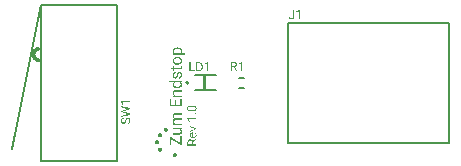
<source format=gto>
G04 Layer_Color=65535*
%FSLAX44Y44*%
%MOMM*%
G71*
G01*
G75*
%ADD17C,0.2000*%
%ADD18C,0.3000*%
%ADD19C,0.2500*%
%ADD20C,0.1500*%
G36*
X117713Y89360D02*
X117886Y89328D01*
X118122Y89281D01*
X118374Y89187D01*
X118641Y89045D01*
X118767Y88951D01*
X118908Y88841D01*
X119034Y88715D01*
X119144Y88574D01*
Y88558D01*
X119176Y88542D01*
X119191Y88495D01*
X119238Y88432D01*
X119286Y88354D01*
X119333Y88259D01*
X119380Y88149D01*
X119443Y88008D01*
X119553Y87709D01*
X119647Y87363D01*
X119710Y86954D01*
X119741Y86498D01*
Y86483D01*
Y86451D01*
Y86404D01*
Y86341D01*
X119726Y86184D01*
X119694Y85964D01*
X119663Y85712D01*
X119616Y85445D01*
X119537Y85178D01*
X119427Y84910D01*
X119411Y84879D01*
X119364Y84800D01*
X119301Y84675D01*
X119191Y84517D01*
X119081Y84344D01*
X118924Y84156D01*
X118751Y83983D01*
X118547Y83826D01*
X118515Y83810D01*
X118452Y83763D01*
X118327Y83700D01*
X118185Y83637D01*
X117996Y83558D01*
X117776Y83495D01*
X117556Y83448D01*
X117304Y83433D01*
Y84722D01*
X117336D01*
X117415Y84737D01*
X117525Y84753D01*
X117666Y84800D01*
X117839Y84863D01*
X118012Y84942D01*
X118169Y85068D01*
X118327Y85225D01*
X118342Y85241D01*
X118389Y85319D01*
X118452Y85414D01*
X118515Y85571D01*
X118578Y85744D01*
X118641Y85964D01*
X118688Y86215D01*
X118704Y86498D01*
Y86514D01*
Y86530D01*
Y86624D01*
X118688Y86750D01*
X118672Y86923D01*
X118641Y87096D01*
X118578Y87300D01*
X118515Y87489D01*
X118421Y87662D01*
X118405Y87678D01*
X118374Y87725D01*
X118295Y87803D01*
X118216Y87882D01*
X118091Y87961D01*
X117965Y88039D01*
X117808Y88086D01*
X117635Y88102D01*
X117556D01*
X117462Y88086D01*
X117336Y88055D01*
X117210Y88008D01*
X117084Y87929D01*
X116943Y87835D01*
X116833Y87709D01*
X116817Y87693D01*
X116786Y87630D01*
X116723Y87536D01*
X116660Y87395D01*
X116581Y87206D01*
X116487Y86970D01*
X116408Y86687D01*
X116330Y86341D01*
Y86325D01*
X116314Y86294D01*
Y86247D01*
X116298Y86184D01*
X116251Y86011D01*
X116188Y85791D01*
X116125Y85539D01*
X116031Y85288D01*
X115937Y85036D01*
X115842Y84800D01*
X115827Y84769D01*
X115795Y84706D01*
X115732Y84612D01*
X115638Y84486D01*
X115544Y84344D01*
X115418Y84203D01*
X115292Y84077D01*
X115150Y83951D01*
X115135Y83936D01*
X115072Y83904D01*
X114993Y83873D01*
X114883Y83826D01*
X114742Y83763D01*
X114569Y83731D01*
X114396Y83700D01*
X114192Y83684D01*
X114097D01*
X114034Y83700D01*
X113861Y83731D01*
X113641Y83778D01*
X113405Y83873D01*
X113138Y84014D01*
X113012Y84093D01*
X112886Y84203D01*
X112761Y84313D01*
X112635Y84454D01*
Y84470D01*
X112604Y84486D01*
X112572Y84533D01*
X112541Y84596D01*
X112478Y84675D01*
X112430Y84769D01*
X112305Y85005D01*
X112195Y85288D01*
X112085Y85634D01*
X112022Y86011D01*
X111990Y86451D01*
Y86467D01*
Y86514D01*
Y86577D01*
X112006Y86656D01*
Y86766D01*
X112022Y86891D01*
X112069Y87190D01*
X112148Y87520D01*
X112273Y87851D01*
X112430Y88196D01*
X112651Y88511D01*
Y88527D01*
X112682Y88542D01*
X112776Y88637D01*
X112918Y88762D01*
X113107Y88920D01*
X113358Y89061D01*
X113641Y89187D01*
X113971Y89281D01*
X114144Y89297D01*
X114333Y89313D01*
Y88024D01*
X114239D01*
X114144Y88008D01*
X114018Y87961D01*
X113893Y87913D01*
X113736Y87835D01*
X113578Y87725D01*
X113437Y87568D01*
X113421Y87552D01*
X113374Y87489D01*
X113311Y87395D01*
X113232Y87269D01*
X113169Y87096D01*
X113107Y86907D01*
X113059Y86687D01*
X113044Y86451D01*
Y86420D01*
Y86341D01*
X113059Y86215D01*
X113075Y86058D01*
X113122Y85885D01*
X113169Y85696D01*
X113248Y85524D01*
X113358Y85366D01*
X113374Y85351D01*
X113405Y85303D01*
X113484Y85241D01*
X113563Y85178D01*
X113688Y85099D01*
X113814Y85036D01*
X113971Y84989D01*
X114144Y84973D01*
X114223D01*
X114302Y84989D01*
X114412Y85021D01*
X114522Y85068D01*
X114647Y85131D01*
X114757Y85209D01*
X114852Y85335D01*
X114867Y85351D01*
X114899Y85414D01*
X114930Y85508D01*
X114993Y85634D01*
X115072Y85822D01*
X115150Y86042D01*
X115229Y86325D01*
X115308Y86656D01*
Y86671D01*
X115323Y86703D01*
Y86750D01*
X115339Y86813D01*
X115386Y86986D01*
X115449Y87206D01*
X115512Y87458D01*
X115606Y87725D01*
X115701Y87976D01*
X115811Y88212D01*
X115827Y88244D01*
X115858Y88307D01*
X115921Y88417D01*
X116015Y88542D01*
X116125Y88684D01*
X116235Y88841D01*
X116377Y88967D01*
X116534Y89093D01*
X116550Y89108D01*
X116613Y89140D01*
X116691Y89187D01*
X116817Y89234D01*
X116959Y89281D01*
X117132Y89328D01*
X117320Y89360D01*
X117540Y89376D01*
X117635D01*
X117713Y89360D01*
D02*
G37*
G36*
X119600Y94187D02*
X119616Y94124D01*
X119647Y94014D01*
X119663Y93888D01*
X119694Y93747D01*
X119726Y93574D01*
X119741Y93228D01*
Y93212D01*
Y93196D01*
Y93149D01*
X119726Y93086D01*
X119710Y92929D01*
X119679Y92740D01*
X119616Y92536D01*
X119521Y92316D01*
X119411Y92111D01*
X119238Y91923D01*
X119207Y91907D01*
X119144Y91860D01*
X119018Y91781D01*
X118861Y91718D01*
X118657Y91640D01*
X118389Y91561D01*
X118106Y91514D01*
X117760Y91498D01*
X113122D01*
Y90130D01*
X112132D01*
Y91498D01*
X110324D01*
Y92772D01*
X112132D01*
Y94171D01*
X113122D01*
Y92772D01*
X117839D01*
X117918Y92787D01*
X118012Y92803D01*
X118232Y92850D01*
X118342Y92898D01*
X118437Y92960D01*
X118452Y92976D01*
X118468Y92992D01*
X118499Y93039D01*
X118547Y93118D01*
X118594Y93196D01*
X118625Y93306D01*
X118641Y93448D01*
X118657Y93605D01*
Y93621D01*
Y93652D01*
Y93699D01*
X118641Y93762D01*
Y93841D01*
X118625Y93951D01*
X118610Y94077D01*
X118578Y94202D01*
X119600D01*
Y94187D01*
D02*
G37*
G36*
Y80587D02*
X118814Y80524D01*
X118830Y80508D01*
X118861Y80492D01*
X118892Y80445D01*
X118955Y80382D01*
X119034Y80304D01*
X119113Y80209D01*
X119191Y80099D01*
X119270Y79974D01*
X119364Y79816D01*
X119443Y79659D01*
X119600Y79297D01*
X119663Y79093D01*
X119694Y78873D01*
X119726Y78637D01*
X119741Y78386D01*
Y78370D01*
Y78323D01*
Y78260D01*
X119726Y78165D01*
X119710Y78055D01*
X119679Y77930D01*
X119616Y77631D01*
X119490Y77301D01*
X119396Y77128D01*
X119301Y76939D01*
X119176Y76766D01*
X119034Y76593D01*
X118877Y76420D01*
X118688Y76263D01*
X118672Y76247D01*
X118641Y76231D01*
X118578Y76184D01*
X118499Y76137D01*
X118389Y76074D01*
X118264Y76011D01*
X118106Y75933D01*
X117933Y75854D01*
X117745Y75776D01*
X117540Y75697D01*
X117304Y75634D01*
X117069Y75571D01*
X116801Y75524D01*
X116518Y75477D01*
X116220Y75461D01*
X115905Y75445D01*
X115638D01*
X115528Y75461D01*
X115386Y75477D01*
X115213Y75493D01*
X115025Y75508D01*
X114820Y75555D01*
X114380Y75650D01*
X113924Y75791D01*
X113688Y75886D01*
X113468Y75996D01*
X113248Y76122D01*
X113044Y76263D01*
X113028Y76279D01*
X112997Y76294D01*
X112949Y76342D01*
X112871Y76405D01*
X112792Y76499D01*
X112713Y76593D01*
X112619Y76703D01*
X112509Y76845D01*
X112320Y77143D01*
X112148Y77505D01*
X112085Y77709D01*
X112037Y77930D01*
X112006Y78165D01*
X111990Y78401D01*
Y78417D01*
Y78464D01*
Y78527D01*
X112006Y78621D01*
X112022Y78731D01*
X112037Y78857D01*
X112100Y79156D01*
X112210Y79486D01*
X112289Y79659D01*
X112368Y79832D01*
X112478Y80005D01*
X112604Y80178D01*
X112745Y80335D01*
X112902Y80477D01*
X108987D01*
Y81766D01*
X119600D01*
Y80587D01*
D02*
G37*
G36*
X132000Y41477D02*
Y40732D01*
X126293Y38666D01*
Y39663D01*
X130678Y41117D01*
X126293Y42534D01*
Y43531D01*
X132000Y41477D01*
D02*
G37*
G36*
X129429Y34232D02*
X129513D01*
X129573Y34245D01*
X129645Y34257D01*
X129729Y34269D01*
X129922Y34305D01*
X130138Y34365D01*
X130366Y34449D01*
X130594Y34569D01*
X130799Y34725D01*
X130823Y34749D01*
X130883Y34809D01*
X130967Y34917D01*
X131051Y35050D01*
X131147Y35230D01*
X131231Y35434D01*
X131291Y35662D01*
X131303Y35794D01*
X131315Y35926D01*
Y35939D01*
Y35951D01*
Y36011D01*
X131303Y36107D01*
X131291Y36227D01*
X131267Y36371D01*
X131231Y36515D01*
X131183Y36659D01*
X131111Y36804D01*
X131099Y36816D01*
X131075Y36864D01*
X131027Y36936D01*
X130955Y37020D01*
X130883Y37116D01*
X130787Y37224D01*
X130666Y37320D01*
X130546Y37428D01*
X131015Y38029D01*
X131027Y38017D01*
X131063Y37993D01*
X131111Y37957D01*
X131183Y37897D01*
X131267Y37813D01*
X131363Y37729D01*
X131459Y37620D01*
X131556Y37488D01*
X131664Y37344D01*
X131760Y37188D01*
X131856Y37008D01*
X131940Y36816D01*
X132012Y36599D01*
X132060Y36371D01*
X132096Y36131D01*
X132108Y35866D01*
Y35854D01*
Y35818D01*
Y35758D01*
X132096Y35674D01*
X132084Y35578D01*
X132072Y35458D01*
X132048Y35338D01*
X132012Y35194D01*
X131928Y34905D01*
X131856Y34737D01*
X131784Y34581D01*
X131700Y34425D01*
X131603Y34269D01*
X131483Y34124D01*
X131351Y33980D01*
X131339Y33968D01*
X131315Y33944D01*
X131267Y33908D01*
X131207Y33872D01*
X131135Y33812D01*
X131039Y33752D01*
X130931Y33680D01*
X130811Y33620D01*
X130678Y33548D01*
X130522Y33476D01*
X130354Y33416D01*
X130174Y33368D01*
X129970Y33319D01*
X129765Y33283D01*
X129549Y33259D01*
X129309Y33247D01*
X128984D01*
X128912Y33259D01*
X128828D01*
X128624Y33283D01*
X128384Y33331D01*
X128131Y33379D01*
X127867Y33464D01*
X127615Y33572D01*
X127603D01*
X127591Y33584D01*
X127555Y33608D01*
X127507Y33632D01*
X127387Y33704D01*
X127230Y33812D01*
X127062Y33944D01*
X126894Y34100D01*
X126726Y34281D01*
X126570Y34485D01*
Y34497D01*
X126558Y34509D01*
X126533Y34545D01*
X126510Y34593D01*
X126449Y34701D01*
X126377Y34869D01*
X126305Y35050D01*
X126245Y35266D01*
X126197Y35494D01*
X126185Y35746D01*
Y35758D01*
Y35794D01*
Y35854D01*
X126197Y35926D01*
X126209Y36023D01*
X126221Y36131D01*
X126281Y36383D01*
X126365Y36659D01*
X126425Y36804D01*
X126497Y36948D01*
X126582Y37092D01*
X126690Y37224D01*
X126798Y37356D01*
X126930Y37476D01*
X126942Y37488D01*
X126966Y37500D01*
X127002Y37536D01*
X127062Y37573D01*
X127146Y37620D01*
X127230Y37669D01*
X127338Y37729D01*
X127471Y37789D01*
X127603Y37849D01*
X127759Y37909D01*
X127939Y37957D01*
X128131Y38005D01*
X128324Y38041D01*
X128552Y38077D01*
X128780Y38089D01*
X129032Y38101D01*
X129429D01*
Y34232D01*
D02*
G37*
G36*
X113923Y20540D02*
X114177Y20494D01*
X114408Y20401D01*
X114593Y20309D01*
X114732Y20216D01*
X114848Y20124D01*
X114917Y20078D01*
X114941Y20054D01*
X115103Y19846D01*
X115241Y19638D01*
X115334Y19430D01*
X115380Y19221D01*
X115427Y19036D01*
X115450Y18897D01*
Y18805D01*
Y18759D01*
X115427Y18504D01*
X115357Y18249D01*
X115288Y18041D01*
X115172Y17856D01*
X115079Y17717D01*
X115010Y17602D01*
X114941Y17532D01*
X114917Y17509D01*
X114709Y17347D01*
X114478Y17208D01*
X114270Y17116D01*
X114061Y17069D01*
X113899Y17023D01*
X113760Y17000D01*
X113645D01*
X113367Y17023D01*
X113113Y17069D01*
X112904Y17162D01*
X112719Y17255D01*
X112580Y17347D01*
X112465Y17440D01*
X112395Y17486D01*
X112372Y17509D01*
X112210Y17717D01*
X112071Y17926D01*
X111979Y18134D01*
X111932Y18319D01*
X111886Y18504D01*
X111863Y18643D01*
Y18735D01*
Y18759D01*
X111886Y19036D01*
X111956Y19291D01*
X112048Y19522D01*
X112141Y19707D01*
X112233Y19846D01*
X112326Y19962D01*
X112395Y20031D01*
X112418Y20054D01*
X112627Y20216D01*
X112835Y20355D01*
X113043Y20448D01*
X113228Y20494D01*
X113390Y20540D01*
X113529Y20563D01*
X113645D01*
X113923Y20540D01*
D02*
G37*
G36*
X116235Y102111D02*
X116346D01*
X116613Y102079D01*
X116911Y102017D01*
X117242Y101954D01*
X117587Y101844D01*
X117918Y101702D01*
X117933D01*
X117949Y101686D01*
X117996Y101655D01*
X118059Y101623D01*
X118216Y101529D01*
X118405Y101403D01*
X118625Y101230D01*
X118845Y101026D01*
X119066Y100790D01*
X119270Y100507D01*
Y100492D01*
X119286Y100476D01*
X119317Y100429D01*
X119348Y100366D01*
X119411Y100209D01*
X119506Y100004D01*
X119584Y99737D01*
X119663Y99438D01*
X119726Y99092D01*
X119741Y98731D01*
Y98715D01*
Y98668D01*
Y98589D01*
X119726Y98479D01*
X119710Y98353D01*
X119679Y98196D01*
X119647Y98039D01*
X119616Y97850D01*
X119490Y97457D01*
X119396Y97253D01*
X119301Y97048D01*
X119176Y96844D01*
X119034Y96639D01*
X118877Y96451D01*
X118688Y96262D01*
X118672Y96246D01*
X118641Y96215D01*
X118578Y96168D01*
X118499Y96121D01*
X118389Y96042D01*
X118264Y95963D01*
X118106Y95885D01*
X117949Y95790D01*
X117745Y95696D01*
X117540Y95618D01*
X117304Y95539D01*
X117069Y95460D01*
X116801Y95413D01*
X116503Y95366D01*
X116204Y95335D01*
X115890Y95319D01*
X115622D01*
X115528Y95335D01*
X115418D01*
X115150Y95366D01*
X114836Y95429D01*
X114506Y95492D01*
X114160Y95602D01*
X113830Y95743D01*
X113814D01*
X113798Y95759D01*
X113751Y95790D01*
X113688Y95822D01*
X113531Y95916D01*
X113327Y96058D01*
X113107Y96231D01*
X112886Y96435D01*
X112666Y96687D01*
X112478Y96954D01*
Y96970D01*
X112462Y96985D01*
X112430Y97032D01*
X112399Y97095D01*
X112320Y97253D01*
X112226Y97457D01*
X112148Y97724D01*
X112069Y98023D01*
X112006Y98353D01*
X111990Y98715D01*
Y98731D01*
Y98778D01*
Y98856D01*
X112006Y98966D01*
X112022Y99092D01*
X112053Y99249D01*
X112085Y99422D01*
X112116Y99595D01*
X112258Y99988D01*
X112336Y100193D01*
X112446Y100397D01*
X112556Y100602D01*
X112713Y100806D01*
X112871Y100995D01*
X113059Y101183D01*
X113075Y101199D01*
X113107Y101230D01*
X113169Y101278D01*
X113248Y101325D01*
X113358Y101403D01*
X113484Y101482D01*
X113641Y101561D01*
X113798Y101655D01*
X114003Y101749D01*
X114207Y101828D01*
X114443Y101906D01*
X114695Y101985D01*
X114962Y102032D01*
X115245Y102079D01*
X115559Y102111D01*
X115874Y102127D01*
X116141D01*
X116235Y102111D01*
D02*
G37*
G36*
Y110035D02*
X116377D01*
X116550Y110004D01*
X116739Y109988D01*
X116943Y109957D01*
X117383Y109862D01*
X117839Y109721D01*
X118059Y109626D01*
X118279Y109532D01*
X118499Y109406D01*
X118704Y109265D01*
X118720Y109249D01*
X118751Y109233D01*
X118798Y109186D01*
X118861Y109123D01*
X118940Y109045D01*
X119034Y108950D01*
X119128Y108840D01*
X119223Y108714D01*
X119411Y108400D01*
X119584Y108038D01*
X119647Y107850D01*
X119694Y107630D01*
X119726Y107394D01*
X119741Y107158D01*
Y107142D01*
Y107095D01*
Y107032D01*
X119726Y106938D01*
X119710Y106812D01*
X119694Y106686D01*
X119632Y106372D01*
X119537Y106026D01*
X119380Y105680D01*
X119286Y105491D01*
X119176Y105318D01*
X119034Y105161D01*
X118892Y105004D01*
X122477D01*
Y103730D01*
X112132D01*
Y104894D01*
X112965Y104957D01*
X112949Y104972D01*
X112918Y104988D01*
X112871Y105035D01*
X112808Y105098D01*
X112745Y105177D01*
X112651Y105271D01*
X112572Y105397D01*
X112478Y105523D01*
X112383Y105664D01*
X112305Y105837D01*
X112148Y106199D01*
X112085Y106419D01*
X112037Y106639D01*
X112006Y106875D01*
X111990Y107126D01*
Y107142D01*
Y107189D01*
Y107252D01*
X112006Y107346D01*
X112022Y107472D01*
X112037Y107598D01*
X112116Y107897D01*
X112242Y108243D01*
X112320Y108416D01*
X112415Y108604D01*
X112541Y108777D01*
X112682Y108950D01*
X112839Y109108D01*
X113012Y109265D01*
X113028Y109280D01*
X113059Y109296D01*
X113122Y109343D01*
X113201Y109390D01*
X113311Y109453D01*
X113437Y109516D01*
X113578Y109579D01*
X113751Y109658D01*
X113940Y109736D01*
X114144Y109799D01*
X114380Y109862D01*
X114632Y109925D01*
X114915Y109972D01*
X115198Y110019D01*
X115512Y110035D01*
X115842Y110051D01*
X116110D01*
X116235Y110035D01*
D02*
G37*
G36*
X132000Y49274D02*
X125488D01*
X126209Y47304D01*
X125320D01*
X124275Y50103D01*
Y50259D01*
X132000D01*
Y49274D01*
D02*
G37*
G36*
X119600Y27334D02*
X118610D01*
X110622Y32853D01*
Y27429D01*
X109538D01*
Y34441D01*
X110512D01*
X118515Y28907D01*
Y34661D01*
X119600D01*
Y27334D01*
D02*
G37*
G36*
X131580Y54440D02*
X131640Y54428D01*
X131772Y54392D01*
X131832Y54344D01*
X131904Y54296D01*
X131916Y54284D01*
X131928Y54272D01*
X131952Y54236D01*
X131976Y54176D01*
X132012Y54116D01*
X132036Y54044D01*
X132048Y53948D01*
X132060Y53840D01*
Y53828D01*
Y53792D01*
X132048Y53732D01*
X132036Y53671D01*
X131988Y53515D01*
X131952Y53443D01*
X131904Y53383D01*
X131892D01*
X131868Y53359D01*
X131832Y53335D01*
X131784Y53311D01*
X131664Y53263D01*
X131580Y53251D01*
X131495Y53239D01*
X131447D01*
X131411Y53251D01*
X131351Y53263D01*
X131207Y53299D01*
X131135Y53335D01*
X131075Y53383D01*
X131063Y53395D01*
X131051Y53407D01*
X131015Y53443D01*
X130979Y53503D01*
X130955Y53563D01*
X130919Y53647D01*
X130907Y53732D01*
X130895Y53840D01*
Y53852D01*
Y53888D01*
X130907Y53948D01*
X130919Y54008D01*
X130943Y54080D01*
X130967Y54164D01*
X131015Y54236D01*
X131075Y54296D01*
X131087Y54308D01*
X131099Y54320D01*
X131147Y54344D01*
X131195Y54380D01*
X131327Y54428D01*
X131399Y54440D01*
X131495Y54452D01*
X131531D01*
X131580Y54440D01*
D02*
G37*
G36*
X129009Y60772D02*
X129153D01*
X129321Y60748D01*
X129501Y60736D01*
X129693Y60712D01*
X130114Y60640D01*
X130534Y60532D01*
X130738Y60472D01*
X130931Y60388D01*
X131111Y60303D01*
X131279Y60195D01*
X131291Y60183D01*
X131315Y60171D01*
X131351Y60135D01*
X131411Y60087D01*
X131471Y60027D01*
X131544Y59943D01*
X131615Y59847D01*
X131688Y59751D01*
X131772Y59631D01*
X131844Y59486D01*
X131916Y59342D01*
X131976Y59174D01*
X132036Y58994D01*
X132072Y58802D01*
X132096Y58597D01*
X132108Y58369D01*
Y58357D01*
Y58321D01*
Y58249D01*
X132096Y58165D01*
X132084Y58069D01*
X132060Y57949D01*
X132036Y57816D01*
X132012Y57672D01*
X131916Y57384D01*
X131844Y57228D01*
X131772Y57071D01*
X131676Y56927D01*
X131567Y56795D01*
X131447Y56663D01*
X131303Y56543D01*
X131291Y56531D01*
X131267Y56519D01*
X131219Y56483D01*
X131147Y56447D01*
X131063Y56411D01*
X130955Y56351D01*
X130835Y56303D01*
X130690Y56243D01*
X130534Y56195D01*
X130354Y56134D01*
X130150Y56086D01*
X129934Y56038D01*
X129693Y55990D01*
X129429Y55966D01*
X129153Y55942D01*
X128864Y55930D01*
X127399D01*
X127278Y55942D01*
X127134Y55954D01*
X126978Y55966D01*
X126798Y55978D01*
X126606Y56002D01*
X126197Y56074D01*
X125777Y56182D01*
X125572Y56243D01*
X125380Y56327D01*
X125200Y56411D01*
X125032Y56519D01*
X125020Y56531D01*
X124996Y56543D01*
X124960Y56579D01*
X124900Y56627D01*
X124839Y56699D01*
X124767Y56771D01*
X124695Y56867D01*
X124611Y56975D01*
X124539Y57096D01*
X124467Y57228D01*
X124395Y57372D01*
X124335Y57540D01*
X124275Y57720D01*
X124239Y57924D01*
X124215Y58129D01*
X124203Y58357D01*
Y58369D01*
Y58417D01*
Y58477D01*
X124215Y58561D01*
X124227Y58657D01*
X124251Y58778D01*
X124275Y58910D01*
X124299Y59054D01*
X124395Y59342D01*
X124467Y59498D01*
X124539Y59655D01*
X124635Y59799D01*
X124743Y59931D01*
X124864Y60063D01*
X125008Y60183D01*
X125020Y60195D01*
X125044Y60207D01*
X125092Y60243D01*
X125152Y60279D01*
X125236Y60315D01*
X125344Y60375D01*
X125464Y60423D01*
X125608Y60484D01*
X125777Y60532D01*
X125957Y60592D01*
X126161Y60640D01*
X126377Y60688D01*
X126618Y60724D01*
X126882Y60760D01*
X127158Y60772D01*
X127459Y60784D01*
X128900D01*
X129009Y60772D01*
D02*
G37*
G36*
X119600Y60100D02*
X109538D01*
Y66421D01*
X110622D01*
Y61421D01*
X113861D01*
Y65776D01*
X114946D01*
Y61421D01*
X118515D01*
Y66483D01*
X119600D01*
Y60100D01*
D02*
G37*
G36*
Y72552D02*
X114537D01*
X114396Y72537D01*
X114207Y72505D01*
X114018Y72458D01*
X113814Y72379D01*
X113625Y72301D01*
X113468Y72175D01*
X113453Y72159D01*
X113405Y72112D01*
X113342Y72018D01*
X113264Y71908D01*
X113201Y71751D01*
X113138Y71546D01*
X113091Y71326D01*
X113075Y71059D01*
Y71027D01*
Y70949D01*
X113091Y70839D01*
X113122Y70681D01*
X113154Y70508D01*
X113217Y70335D01*
X113311Y70147D01*
X113421Y69958D01*
X113437Y69942D01*
X113484Y69880D01*
X113547Y69801D01*
X113657Y69691D01*
X113783Y69581D01*
X113924Y69455D01*
X114097Y69345D01*
X114286Y69235D01*
X119600D01*
Y67946D01*
X112132D01*
Y69156D01*
X113075Y69204D01*
X113059Y69219D01*
X113028Y69251D01*
X112981Y69298D01*
X112902Y69361D01*
X112824Y69439D01*
X112729Y69549D01*
X112635Y69660D01*
X112525Y69801D01*
X112430Y69958D01*
X112336Y70115D01*
X112163Y70508D01*
X112085Y70713D01*
X112037Y70949D01*
X112006Y71185D01*
X111990Y71436D01*
Y71468D01*
Y71546D01*
X112006Y71656D01*
X112037Y71814D01*
X112069Y71986D01*
X112132Y72191D01*
X112210Y72411D01*
X112320Y72631D01*
X112462Y72851D01*
X112635Y73056D01*
X112855Y73260D01*
X113122Y73449D01*
X113421Y73606D01*
X113783Y73716D01*
X114192Y73794D01*
X114663Y73826D01*
X119600D01*
Y72552D01*
D02*
G37*
G36*
Y40824D02*
X118877Y40809D01*
X118892Y40793D01*
X118908Y40777D01*
X118955Y40730D01*
X119018Y40667D01*
X119081Y40588D01*
X119144Y40494D01*
X119223Y40384D01*
X119301Y40258D01*
X119396Y40101D01*
X119474Y39944D01*
X119537Y39755D01*
X119600Y39566D01*
X119663Y39346D01*
X119710Y39111D01*
X119726Y38875D01*
X119741Y38607D01*
Y38592D01*
Y38560D01*
Y38497D01*
X119726Y38419D01*
Y38309D01*
X119710Y38199D01*
X119647Y37931D01*
X119569Y37633D01*
X119443Y37334D01*
X119270Y37051D01*
X119176Y36909D01*
X119050Y36783D01*
X119034D01*
X119018Y36752D01*
X118971Y36721D01*
X118924Y36689D01*
X118845Y36642D01*
X118767Y36595D01*
X118657Y36532D01*
X118531Y36469D01*
X118405Y36422D01*
X118248Y36359D01*
X118075Y36312D01*
X117902Y36265D01*
X117478Y36186D01*
X117006Y36155D01*
X112132D01*
Y37444D01*
X117037D01*
X117116Y37460D01*
X117226D01*
X117352Y37491D01*
X117493Y37522D01*
X117650Y37554D01*
X117808Y37617D01*
X117965Y37695D01*
X118122Y37774D01*
X118264Y37884D01*
X118389Y38026D01*
X118499Y38183D01*
X118578Y38356D01*
X118641Y38576D01*
X118657Y38812D01*
Y38828D01*
Y38875D01*
Y38953D01*
X118641Y39048D01*
X118625Y39173D01*
X118594Y39299D01*
X118515Y39614D01*
X118468Y39771D01*
X118389Y39944D01*
X118311Y40101D01*
X118201Y40258D01*
X118075Y40400D01*
X117933Y40541D01*
X117760Y40667D01*
X117572Y40761D01*
X112132D01*
Y42051D01*
X119600D01*
Y40824D01*
D02*
G37*
G36*
Y53182D02*
X114553D01*
X114412Y53166D01*
X114223Y53135D01*
X114034Y53088D01*
X113830Y53025D01*
X113641Y52931D01*
X113484Y52805D01*
X113468Y52789D01*
X113421Y52742D01*
X113358Y52648D01*
X113280Y52522D01*
X113201Y52349D01*
X113138Y52144D01*
X113091Y51893D01*
X113075Y51594D01*
Y51563D01*
Y51468D01*
X113091Y51343D01*
X113122Y51170D01*
X113185Y50981D01*
X113264Y50792D01*
X113374Y50588D01*
X113515Y50399D01*
X113531Y50384D01*
X113594Y50321D01*
X113688Y50242D01*
X113814Y50163D01*
X113971Y50069D01*
X114176Y49975D01*
X114396Y49912D01*
X114647Y49865D01*
X119600D01*
Y48576D01*
X114632D01*
X114553Y48560D01*
X114459Y48544D01*
X114333Y48528D01*
X114192Y48497D01*
X114050Y48434D01*
X113893Y48371D01*
X113736Y48292D01*
X113594Y48182D01*
X113453Y48057D01*
X113327Y47899D01*
X113232Y47711D01*
X113138Y47506D01*
X113091Y47255D01*
X113075Y46972D01*
Y46956D01*
Y46925D01*
Y46846D01*
X113091Y46767D01*
X113107Y46673D01*
X113138Y46547D01*
X113217Y46280D01*
X113264Y46139D01*
X113342Y45997D01*
X113421Y45855D01*
X113531Y45714D01*
X113657Y45588D01*
X113798Y45462D01*
X113971Y45352D01*
X114160Y45258D01*
X119600D01*
Y43984D01*
X112132D01*
Y45195D01*
X112965Y45227D01*
X112949Y45242D01*
X112918Y45258D01*
X112871Y45305D01*
X112808Y45384D01*
X112745Y45462D01*
X112651Y45557D01*
X112572Y45683D01*
X112478Y45808D01*
X112383Y45965D01*
X112305Y46123D01*
X112148Y46500D01*
X112085Y46720D01*
X112037Y46940D01*
X112006Y47192D01*
X111990Y47443D01*
Y47459D01*
Y47506D01*
Y47585D01*
X112006Y47695D01*
X112022Y47821D01*
X112053Y47978D01*
X112148Y48308D01*
X112210Y48481D01*
X112289Y48654D01*
X112383Y48843D01*
X112493Y49016D01*
X112635Y49173D01*
X112808Y49330D01*
X112981Y49472D01*
X113201Y49582D01*
X113169Y49597D01*
X113107Y49645D01*
X113012Y49723D01*
X112886Y49833D01*
X112761Y49975D01*
X112604Y50132D01*
X112462Y50336D01*
X112336Y50541D01*
X112320Y50572D01*
X112289Y50651D01*
X112226Y50777D01*
X112163Y50950D01*
X112100Y51154D01*
X112037Y51390D01*
X112006Y51657D01*
X111990Y51956D01*
Y51987D01*
Y52066D01*
X112006Y52192D01*
X112037Y52349D01*
X112069Y52538D01*
X112132Y52742D01*
X112210Y52962D01*
X112320Y53198D01*
X112462Y53434D01*
X112619Y53654D01*
X112839Y53858D01*
X113091Y54047D01*
X113390Y54220D01*
X113736Y54346D01*
X114144Y54424D01*
X114600Y54456D01*
X119600D01*
Y53182D01*
D02*
G37*
G36*
X127021Y90829D02*
X130661D01*
Y90000D01*
X126000D01*
Y97689D01*
X127021D01*
Y90829D01*
D02*
G37*
G36*
X134146Y97677D02*
X134230D01*
X134338Y97665D01*
X134458Y97653D01*
X134578Y97629D01*
X134854Y97581D01*
X135155Y97497D01*
X135455Y97389D01*
X135756Y97245D01*
X135767D01*
X135792Y97220D01*
X135828Y97197D01*
X135888Y97161D01*
X136020Y97064D01*
X136188Y96920D01*
X136380Y96740D01*
X136585Y96524D01*
X136777Y96259D01*
X136945Y95971D01*
Y95959D01*
X136969Y95935D01*
X136981Y95887D01*
X137017Y95827D01*
X137041Y95755D01*
X137077Y95659D01*
X137113Y95551D01*
X137161Y95430D01*
X137197Y95298D01*
X137233Y95154D01*
X137305Y94842D01*
X137353Y94481D01*
X137377Y94097D01*
Y93604D01*
Y93592D01*
Y93556D01*
Y93496D01*
X137365Y93424D01*
Y93328D01*
X137353Y93220D01*
X137341Y93100D01*
X137329Y92956D01*
X137269Y92667D01*
X137197Y92343D01*
X137101Y92018D01*
X136957Y91694D01*
Y91682D01*
X136933Y91658D01*
X136909Y91622D01*
X136885Y91562D01*
X136837Y91490D01*
X136789Y91418D01*
X136645Y91225D01*
X136476Y91033D01*
X136272Y90817D01*
X136032Y90613D01*
X135756Y90433D01*
X135744D01*
X135719Y90408D01*
X135671Y90396D01*
X135623Y90360D01*
X135539Y90336D01*
X135455Y90300D01*
X135347Y90252D01*
X135239Y90216D01*
X135107Y90180D01*
X134975Y90132D01*
X134662Y90072D01*
X134314Y90024D01*
X133941Y90000D01*
X131815D01*
Y97689D01*
X134073D01*
X134146Y97677D01*
D02*
G37*
G36*
X219539Y134000D02*
X218554D01*
Y140512D01*
X216584Y139791D01*
Y140680D01*
X219383Y141725D01*
X219539D01*
Y134000D01*
D02*
G37*
G36*
X214854Y136235D02*
Y136223D01*
Y136187D01*
Y136126D01*
X214842Y136054D01*
X214830Y135958D01*
X214818Y135850D01*
X214770Y135610D01*
X214685Y135322D01*
X214565Y135033D01*
X214493Y134901D01*
X214409Y134757D01*
X214301Y134625D01*
X214181Y134505D01*
X214169Y134493D01*
X214145Y134481D01*
X214109Y134445D01*
X214061Y134409D01*
X213989Y134360D01*
X213917Y134312D01*
X213820Y134252D01*
X213712Y134204D01*
X213592Y134144D01*
X213460Y134084D01*
X213316Y134036D01*
X213160Y133988D01*
X212811Y133916D01*
X212631Y133904D01*
X212427Y133892D01*
X212319D01*
X212235Y133904D01*
X212139D01*
X212030Y133928D01*
X211910Y133940D01*
X211766Y133964D01*
X211478Y134036D01*
X211189Y134132D01*
X210901Y134276D01*
X210757Y134373D01*
X210637Y134469D01*
X210625Y134481D01*
X210613Y134493D01*
X210577Y134529D01*
X210541Y134577D01*
X210493Y134637D01*
X210432Y134709D01*
X210373Y134793D01*
X210324Y134901D01*
X210264Y135009D01*
X210204Y135129D01*
X210144Y135261D01*
X210096Y135418D01*
X210024Y135742D01*
X210012Y135922D01*
X210000Y136115D01*
X211009D01*
Y136103D01*
Y136090D01*
Y136054D01*
X211021Y136006D01*
X211033Y135886D01*
X211057Y135742D01*
X211093Y135574D01*
X211165Y135406D01*
X211250Y135238D01*
X211370Y135081D01*
X211382Y135069D01*
X211442Y135021D01*
X211526Y134973D01*
X211634Y134901D01*
X211790Y134841D01*
X211970Y134781D01*
X212187Y134733D01*
X212427Y134721D01*
X212487D01*
X212535Y134733D01*
X212643Y134745D01*
X212787Y134769D01*
X212943Y134817D01*
X213112Y134889D01*
X213280Y134973D01*
X213436Y135105D01*
X213448Y135129D01*
X213496Y135177D01*
X213556Y135274D01*
X213628Y135394D01*
X213700Y135550D01*
X213761Y135742D01*
X213808Y135970D01*
X213832Y136223D01*
Y141689D01*
X214854D01*
Y136235D01*
D02*
G37*
G36*
X163751Y97677D02*
X163859D01*
X163979Y97653D01*
X164124Y97641D01*
X164268Y97617D01*
X164592Y97545D01*
X164929Y97437D01*
X165085Y97365D01*
X165241Y97293D01*
X165397Y97197D01*
X165529Y97088D01*
X165541Y97076D01*
X165565Y97064D01*
X165589Y97028D01*
X165637Y96980D01*
X165697Y96920D01*
X165758Y96848D01*
X165818Y96752D01*
X165890Y96656D01*
X165950Y96536D01*
X166010Y96416D01*
X166070Y96271D01*
X166130Y96115D01*
X166178Y95947D01*
X166202Y95767D01*
X166226Y95575D01*
X166238Y95370D01*
Y95358D01*
Y95334D01*
Y95298D01*
Y95250D01*
X166214Y95118D01*
X166190Y94938D01*
X166142Y94746D01*
X166070Y94529D01*
X165974Y94313D01*
X165842Y94109D01*
X165830Y94085D01*
X165770Y94025D01*
X165686Y93929D01*
X165565Y93808D01*
X165409Y93688D01*
X165229Y93556D01*
X165013Y93436D01*
X164760Y93328D01*
X166575Y90060D01*
Y90000D01*
X165481D01*
X163811Y93112D01*
X162009D01*
Y90000D01*
X160988D01*
Y97689D01*
X163655D01*
X163751Y97677D01*
D02*
G37*
G36*
X170611Y90000D02*
X169626D01*
Y96512D01*
X167656Y95791D01*
Y96680D01*
X170455Y97725D01*
X170611D01*
Y90000D01*
D02*
G37*
G36*
X141859D02*
X140874D01*
Y96512D01*
X138903Y95791D01*
Y96680D01*
X141702Y97725D01*
X141859D01*
Y90000D01*
D02*
G37*
G36*
X132000Y31481D02*
X128888Y29811D01*
Y28009D01*
X132000D01*
Y26988D01*
X124311D01*
Y29535D01*
Y29547D01*
Y29595D01*
Y29655D01*
X124323Y29751D01*
Y29859D01*
X124347Y29980D01*
X124359Y30124D01*
X124383Y30268D01*
X124455Y30592D01*
X124563Y30929D01*
X124635Y31085D01*
X124707Y31241D01*
X124803Y31397D01*
X124912Y31529D01*
X124924Y31541D01*
X124936Y31565D01*
X124972Y31589D01*
X125020Y31637D01*
X125080Y31697D01*
X125152Y31758D01*
X125248Y31818D01*
X125344Y31890D01*
X125464Y31950D01*
X125584Y32010D01*
X125729Y32070D01*
X125885Y32130D01*
X126053Y32178D01*
X126233Y32202D01*
X126425Y32226D01*
X126630Y32238D01*
X126750D01*
X126882Y32214D01*
X127062Y32190D01*
X127254Y32142D01*
X127471Y32070D01*
X127687Y31974D01*
X127891Y31842D01*
X127915Y31830D01*
X127975Y31770D01*
X128071Y31686D01*
X128191Y31565D01*
X128312Y31409D01*
X128444Y31229D01*
X128564Y31013D01*
X128672Y30760D01*
X131940Y32575D01*
X132000D01*
Y31481D01*
D02*
G37*
G36*
X101404Y37594D02*
X101635Y37525D01*
X101867Y37455D01*
X102052Y37363D01*
X102191Y37247D01*
X102306Y37178D01*
X102376Y37108D01*
X102399Y37085D01*
X102561Y36877D01*
X102700Y36669D01*
X102792Y36460D01*
X102862Y36252D01*
X102908Y36067D01*
X102931Y35928D01*
X102954Y35835D01*
Y35812D01*
X102931Y35535D01*
X102862Y35280D01*
X102792Y35072D01*
X102677Y34887D01*
X102584Y34725D01*
X102515Y34609D01*
X102445Y34540D01*
X102422Y34516D01*
X102214Y34331D01*
X101982Y34216D01*
X101774Y34123D01*
X101566Y34054D01*
X101404Y34007D01*
X101265Y33984D01*
X101150D01*
X100872Y34007D01*
X100617Y34077D01*
X100409Y34169D01*
X100224Y34262D01*
X100085Y34355D01*
X99969Y34447D01*
X99900Y34516D01*
X99877Y34540D01*
X99715Y34748D01*
X99576Y34979D01*
X99483Y35188D01*
X99437Y35396D01*
X99391Y35558D01*
X99368Y35697D01*
Y35789D01*
Y35812D01*
X99391Y36090D01*
X99460Y36321D01*
X99553Y36530D01*
X99645Y36738D01*
X99738Y36877D01*
X99831Y36992D01*
X99900Y37062D01*
X99923Y37085D01*
X100131Y37270D01*
X100340Y37386D01*
X100548Y37478D01*
X100733Y37548D01*
X100895Y37594D01*
X101034Y37617D01*
X101150D01*
X101404Y37594D01*
D02*
G37*
G36*
X98766Y31555D02*
X98997Y31508D01*
X99206Y31416D01*
X99391Y31323D01*
X99553Y31231D01*
X99669Y31138D01*
X99738Y31092D01*
X99761Y31069D01*
X99946Y30861D01*
X100062Y30652D01*
X100154Y30444D01*
X100224Y30236D01*
X100270Y30074D01*
X100293Y29935D01*
Y29819D01*
Y29796D01*
X100270Y29518D01*
X100201Y29264D01*
X100131Y29032D01*
X100016Y28847D01*
X99923Y28709D01*
X99854Y28593D01*
X99784Y28523D01*
X99761Y28500D01*
X99553Y28338D01*
X99321Y28200D01*
X99113Y28107D01*
X98928Y28061D01*
X98766Y28014D01*
X98627Y27991D01*
X98512D01*
X98234Y28014D01*
X97979Y28061D01*
X97748Y28153D01*
X97563Y28246D01*
X97424Y28338D01*
X97308Y28431D01*
X97239Y28477D01*
X97216Y28500D01*
X97054Y28709D01*
X96915Y28917D01*
X96822Y29125D01*
X96776Y29333D01*
X96730Y29518D01*
X96707Y29657D01*
Y29773D01*
Y29796D01*
X96730Y30074D01*
X96799Y30328D01*
X96892Y30536D01*
X96984Y30722D01*
X97077Y30861D01*
X97170Y30976D01*
X97239Y31046D01*
X97262Y31069D01*
X97470Y31231D01*
X97679Y31370D01*
X97887Y31462D01*
X98095Y31508D01*
X98257Y31555D01*
X98396Y31578D01*
X98512D01*
X98766Y31555D01*
D02*
G37*
G36*
X101404Y25238D02*
X101635Y25191D01*
X101867Y25099D01*
X102052Y25006D01*
X102191Y24914D01*
X102306Y24821D01*
X102376Y24775D01*
X102399Y24752D01*
X102561Y24543D01*
X102700Y24335D01*
X102792Y24127D01*
X102862Y23919D01*
X102908Y23734D01*
X102931Y23595D01*
X102954Y23502D01*
Y23456D01*
X102931Y23178D01*
X102862Y22947D01*
X102792Y22715D01*
X102677Y22530D01*
X102584Y22392D01*
X102515Y22276D01*
X102445Y22206D01*
X102422Y22183D01*
X102214Y22021D01*
X101982Y21882D01*
X101774Y21790D01*
X101566Y21744D01*
X101404Y21697D01*
X101265Y21674D01*
X101150D01*
X100872Y21697D01*
X100617Y21767D01*
X100409Y21836D01*
X100224Y21952D01*
X100085Y22044D01*
X99969Y22114D01*
X99900Y22183D01*
X99877Y22206D01*
X99715Y22415D01*
X99576Y22646D01*
X99483Y22854D01*
X99437Y23039D01*
X99391Y23201D01*
X99368Y23340D01*
Y23433D01*
Y23456D01*
X99391Y23734D01*
X99460Y23988D01*
X99553Y24220D01*
X99645Y24405D01*
X99738Y24543D01*
X99831Y24659D01*
X99900Y24729D01*
X99923Y24752D01*
X100131Y24914D01*
X100340Y25052D01*
X100548Y25145D01*
X100733Y25191D01*
X100895Y25238D01*
X101034Y25261D01*
X101150D01*
X101404Y25238D01*
D02*
G37*
G36*
X106472Y42037D02*
X106703Y41967D01*
X106934Y41898D01*
X107120Y41805D01*
X107258Y41690D01*
X107374Y41620D01*
X107443Y41551D01*
X107467Y41528D01*
X107628Y41319D01*
X107767Y41111D01*
X107860Y40903D01*
X107929Y40695D01*
X107976Y40510D01*
X107999Y40371D01*
X108022Y40278D01*
Y40232D01*
X107999Y39954D01*
X107929Y39723D01*
X107860Y39515D01*
X107744Y39330D01*
X107652Y39167D01*
X107582Y39052D01*
X107513Y38982D01*
X107490Y38959D01*
X107281Y38797D01*
X107050Y38658D01*
X106842Y38566D01*
X106634Y38520D01*
X106472Y38473D01*
X106333Y38450D01*
X106217D01*
X105939Y38473D01*
X105708Y38543D01*
X105500Y38635D01*
X105315Y38728D01*
X105176Y38820D01*
X105060Y38913D01*
X104991Y38982D01*
X104967Y39006D01*
X104782Y39214D01*
X104667Y39422D01*
X104574Y39630D01*
X104505Y39839D01*
X104458Y40001D01*
X104435Y40116D01*
Y40209D01*
Y40232D01*
X104458Y40510D01*
X104528Y40764D01*
X104620Y40995D01*
X104713Y41181D01*
X104805Y41319D01*
X104898Y41435D01*
X104967Y41505D01*
X104991Y41528D01*
X105199Y41713D01*
X105407Y41829D01*
X105615Y41921D01*
X105801Y41990D01*
X105986Y42037D01*
X106101Y42060D01*
X106217D01*
X106472Y42037D01*
D02*
G37*
G36*
X76000Y58492D02*
Y57567D01*
X70401Y55981D01*
X69813Y55861D01*
X70401Y55741D01*
X76000Y54095D01*
Y53170D01*
X68311Y51308D01*
Y52329D01*
X73585Y53542D01*
X74594Y53686D01*
X73681Y53903D01*
X68311Y55428D01*
Y56281D01*
X73681Y57759D01*
X74606Y57975D01*
X73573Y58144D01*
X68311Y59333D01*
Y60354D01*
X76000Y58492D01*
D02*
G37*
G36*
Y63442D02*
X69488D01*
X70209Y61472D01*
X69320D01*
X68275Y64271D01*
Y64427D01*
X76000D01*
Y63442D01*
D02*
G37*
G36*
X74210Y50575D02*
X74282Y50563D01*
X74378Y50551D01*
X74594Y50490D01*
X74835Y50406D01*
X74955Y50346D01*
X75087Y50274D01*
X75207Y50190D01*
X75327Y50094D01*
X75447Y49986D01*
X75556Y49854D01*
Y49842D01*
X75580Y49818D01*
X75603Y49782D01*
X75640Y49722D01*
X75688Y49650D01*
X75736Y49553D01*
X75784Y49457D01*
X75832Y49337D01*
X75880Y49205D01*
X75928Y49061D01*
X75976Y48893D01*
X76024Y48724D01*
X76060Y48532D01*
X76084Y48340D01*
X76096Y48124D01*
X76108Y47907D01*
Y47895D01*
Y47871D01*
Y47835D01*
Y47775D01*
X76096Y47703D01*
Y47619D01*
X76072Y47427D01*
X76036Y47199D01*
X75976Y46946D01*
X75904Y46694D01*
X75808Y46430D01*
Y46418D01*
X75796Y46406D01*
X75772Y46370D01*
X75748Y46322D01*
X75688Y46189D01*
X75592Y46045D01*
X75471Y45865D01*
X75327Y45697D01*
X75171Y45529D01*
X74979Y45373D01*
X74967D01*
X74955Y45360D01*
X74883Y45312D01*
X74775Y45252D01*
X74630Y45192D01*
X74450Y45120D01*
X74246Y45060D01*
X74018Y45012D01*
X73777Y45000D01*
Y46021D01*
X73850D01*
X73898Y46033D01*
X74018Y46045D01*
X74174Y46081D01*
X74354Y46141D01*
X74534Y46238D01*
X74714Y46358D01*
X74883Y46526D01*
Y46538D01*
X74895Y46550D01*
X74943Y46622D01*
X75003Y46730D01*
X75075Y46898D01*
X75159Y47091D01*
X75219Y47331D01*
X75267Y47595D01*
X75279Y47907D01*
Y47920D01*
Y47944D01*
Y47979D01*
Y48040D01*
X75267Y48184D01*
X75243Y48364D01*
X75195Y48556D01*
X75147Y48760D01*
X75063Y48965D01*
X74955Y49133D01*
X74943Y49157D01*
X74895Y49205D01*
X74823Y49265D01*
X74727Y49349D01*
X74594Y49433D01*
X74438Y49493D01*
X74270Y49541D01*
X74066Y49565D01*
X73970D01*
X73874Y49541D01*
X73741Y49517D01*
X73597Y49469D01*
X73453Y49397D01*
X73321Y49301D01*
X73189Y49169D01*
X73177Y49145D01*
X73141Y49097D01*
X73068Y48989D01*
X73032Y48917D01*
X72997Y48845D01*
X72948Y48748D01*
X72900Y48640D01*
X72852Y48520D01*
X72792Y48388D01*
X72744Y48244D01*
X72684Y48088D01*
X72636Y47920D01*
X72576Y47727D01*
Y47715D01*
X72564Y47667D01*
X72540Y47607D01*
X72504Y47511D01*
X72468Y47403D01*
X72432Y47283D01*
X72384Y47151D01*
X72324Y47006D01*
X72192Y46694D01*
X72035Y46382D01*
X71855Y46081D01*
X71759Y45949D01*
X71663Y45829D01*
X71651Y45817D01*
X71639Y45805D01*
X71603Y45781D01*
X71567Y45733D01*
X71447Y45649D01*
X71290Y45541D01*
X71086Y45433D01*
X70858Y45336D01*
X70594Y45264D01*
X70449Y45252D01*
X70305Y45240D01*
X70221D01*
X70149Y45252D01*
X70077Y45264D01*
X69981Y45276D01*
X69777Y45336D01*
X69536Y45420D01*
X69416Y45481D01*
X69284Y45541D01*
X69164Y45625D01*
X69032Y45721D01*
X68912Y45829D01*
X68804Y45961D01*
X68791Y45973D01*
X68780Y45997D01*
X68743Y46033D01*
X68707Y46093D01*
X68659Y46165D01*
X68611Y46249D01*
X68563Y46358D01*
X68503Y46478D01*
X68443Y46598D01*
X68395Y46742D01*
X68347Y46898D01*
X68299Y47066D01*
X68227Y47439D01*
X68215Y47631D01*
X68203Y47847D01*
Y47859D01*
Y47883D01*
Y47920D01*
Y47979D01*
X68215Y48052D01*
Y48136D01*
X68239Y48328D01*
X68275Y48544D01*
X68335Y48784D01*
X68407Y49025D01*
X68515Y49265D01*
Y49277D01*
X68527Y49289D01*
X68575Y49373D01*
X68635Y49481D01*
X68731Y49626D01*
X68852Y49770D01*
X68996Y49938D01*
X69164Y50094D01*
X69356Y50226D01*
X69380Y50238D01*
X69452Y50274D01*
X69560Y50334D01*
X69705Y50394D01*
X69885Y50455D01*
X70077Y50514D01*
X70305Y50551D01*
X70533Y50563D01*
Y49553D01*
X70462D01*
X70413Y49541D01*
X70293Y49529D01*
X70137Y49493D01*
X69957Y49445D01*
X69777Y49361D01*
X69596Y49253D01*
X69440Y49109D01*
X69428Y49085D01*
X69380Y49025D01*
X69308Y48929D01*
X69236Y48784D01*
X69164Y48604D01*
X69092Y48388D01*
X69044Y48136D01*
X69032Y47847D01*
Y47835D01*
Y47811D01*
Y47775D01*
Y47727D01*
X69044Y47595D01*
X69068Y47427D01*
X69116Y47235D01*
X69176Y47042D01*
X69260Y46850D01*
X69368Y46682D01*
X69380Y46670D01*
X69428Y46622D01*
X69500Y46550D01*
X69608Y46478D01*
X69741Y46394D01*
X69897Y46334D01*
X70089Y46286D01*
X70293Y46262D01*
X70317D01*
X70365Y46273D01*
X70462Y46286D01*
X70570Y46310D01*
X70690Y46358D01*
X70822Y46430D01*
X70954Y46526D01*
X71086Y46658D01*
X71098Y46682D01*
X71146Y46742D01*
X71206Y46838D01*
X71278Y46982D01*
X71375Y47175D01*
X71471Y47403D01*
X71531Y47535D01*
X71579Y47679D01*
X71639Y47847D01*
X71687Y48016D01*
Y48028D01*
X71699Y48064D01*
X71711Y48112D01*
X71735Y48172D01*
X71759Y48256D01*
X71783Y48352D01*
X71855Y48568D01*
X71951Y48808D01*
X72047Y49061D01*
X72155Y49301D01*
X72276Y49517D01*
Y49529D01*
X72288Y49541D01*
X72336Y49601D01*
X72396Y49698D01*
X72492Y49818D01*
X72600Y49950D01*
X72732Y50082D01*
X72876Y50214D01*
X73032Y50322D01*
X73057Y50334D01*
X73105Y50358D01*
X73201Y50406D01*
X73321Y50455D01*
X73477Y50503D01*
X73645Y50551D01*
X73837Y50575D01*
X74054Y50587D01*
X74138D01*
X74210Y50575D01*
D02*
G37*
%LPC*%
G36*
X126630Y31217D02*
X126558D01*
X126510Y31205D01*
X126377Y31193D01*
X126221Y31169D01*
X126041Y31109D01*
X125861Y31037D01*
X125693Y30929D01*
X125536Y30784D01*
X125524Y30760D01*
X125476Y30712D01*
X125416Y30604D01*
X125344Y30472D01*
X125272Y30304D01*
X125212Y30088D01*
X125164Y29847D01*
X125140Y29559D01*
Y28009D01*
X128059D01*
Y29571D01*
Y29583D01*
Y29607D01*
Y29643D01*
X128047Y29691D01*
X128035Y29835D01*
X128011Y30003D01*
X127963Y30196D01*
X127891Y30400D01*
X127807Y30592D01*
X127675Y30773D01*
X127651Y30796D01*
X127603Y30845D01*
X127519Y30917D01*
X127399Y31001D01*
X127242Y31073D01*
X127062Y31145D01*
X126858Y31193D01*
X126630Y31217D01*
D02*
G37*
G36*
X128624Y37128D02*
X128516D01*
X128480Y37116D01*
X128432D01*
X128300Y37092D01*
X128131Y37056D01*
X127939Y37008D01*
X127747Y36936D01*
X127567Y36840D01*
X127399Y36720D01*
X127387Y36707D01*
X127338Y36659D01*
X127266Y36575D01*
X127194Y36467D01*
X127122Y36323D01*
X127050Y36155D01*
X127002Y35963D01*
X126990Y35746D01*
Y35734D01*
Y35722D01*
X127002Y35650D01*
X127014Y35542D01*
X127038Y35398D01*
X127098Y35242D01*
X127170Y35073D01*
X127278Y34905D01*
X127423Y34749D01*
X127447Y34737D01*
X127507Y34689D01*
X127603Y34617D01*
X127735Y34545D01*
X127903Y34461D01*
X128107Y34377D01*
X128348Y34305D01*
X128624Y34257D01*
Y37128D01*
D02*
G37*
G36*
X116078Y108762D02*
X115606D01*
X115496Y108746D01*
X115371Y108730D01*
X115088Y108699D01*
X114773Y108636D01*
X114443Y108541D01*
X114113Y108400D01*
X113814Y108227D01*
X113798D01*
X113783Y108196D01*
X113704Y108133D01*
X113578Y108007D01*
X113437Y107850D01*
X113311Y107630D01*
X113185Y107378D01*
X113107Y107079D01*
X113075Y106922D01*
Y106749D01*
Y106733D01*
Y106702D01*
Y106639D01*
X113091Y106560D01*
X113107Y106466D01*
X113122Y106356D01*
X113201Y106089D01*
X113327Y105806D01*
X113405Y105664D01*
X113515Y105523D01*
X113625Y105381D01*
X113767Y105240D01*
X113924Y105114D01*
X114113Y105004D01*
X117698D01*
X117729Y105035D01*
X117776Y105067D01*
X117839Y105114D01*
X118012Y105255D01*
X118185Y105444D01*
X118374Y105696D01*
X118547Y105994D01*
X118610Y106167D01*
X118657Y106356D01*
X118688Y106545D01*
X118704Y106765D01*
Y106781D01*
Y106812D01*
Y106859D01*
X118688Y106922D01*
X118672Y107079D01*
X118610Y107284D01*
X118531Y107520D01*
X118405Y107755D01*
X118216Y107991D01*
X118106Y108101D01*
X117981Y108211D01*
X117965D01*
X117949Y108243D01*
X117902Y108258D01*
X117839Y108306D01*
X117760Y108337D01*
X117682Y108384D01*
X117572Y108431D01*
X117430Y108494D01*
X117289Y108541D01*
X117132Y108589D01*
X116959Y108636D01*
X116754Y108683D01*
X116550Y108714D01*
X116314Y108746D01*
X116078Y108762D01*
D02*
G37*
G36*
X134013Y96860D02*
X132824D01*
Y90829D01*
X134001D01*
X134086Y90841D01*
X134182Y90853D01*
X134302Y90865D01*
X134422Y90889D01*
X134554Y90925D01*
X134854Y91009D01*
X134999Y91069D01*
X135155Y91129D01*
X135299Y91213D01*
X135443Y91309D01*
X135575Y91418D01*
X135708Y91550D01*
X135719Y91562D01*
X135731Y91586D01*
X135767Y91622D01*
X135816Y91682D01*
X135864Y91766D01*
X135912Y91850D01*
X135972Y91958D01*
X136044Y92091D01*
X136104Y92223D01*
X136164Y92379D01*
X136212Y92547D01*
X136260Y92739D01*
X136308Y92931D01*
X136344Y93148D01*
X136356Y93388D01*
X136368Y93628D01*
Y94085D01*
Y94097D01*
Y94145D01*
Y94205D01*
X136356Y94301D01*
X136344Y94409D01*
X136332Y94541D01*
X136320Y94674D01*
X136296Y94830D01*
X136224Y95154D01*
X136116Y95491D01*
X136044Y95659D01*
X135960Y95827D01*
X135864Y95971D01*
X135756Y96115D01*
X135744Y96127D01*
X135731Y96151D01*
X135695Y96187D01*
X135647Y96235D01*
X135575Y96283D01*
X135503Y96343D01*
X135407Y96416D01*
X135311Y96488D01*
X135191Y96548D01*
X135059Y96620D01*
X134915Y96680D01*
X134758Y96740D01*
X134590Y96788D01*
X134410Y96824D01*
X134218Y96848D01*
X134013Y96860D01*
D02*
G37*
G36*
X163559D02*
X162009D01*
Y93941D01*
X163643D01*
X163691Y93953D01*
X163835Y93965D01*
X164004Y93989D01*
X164196Y94037D01*
X164400Y94109D01*
X164592Y94193D01*
X164772Y94325D01*
X164797Y94349D01*
X164844Y94397D01*
X164917Y94481D01*
X165001Y94601D01*
X165073Y94758D01*
X165145Y94938D01*
X165193Y95142D01*
X165217Y95370D01*
Y95382D01*
Y95406D01*
Y95442D01*
X165205Y95491D01*
X165193Y95623D01*
X165169Y95779D01*
X165109Y95959D01*
X165037Y96139D01*
X164929Y96307D01*
X164785Y96464D01*
X164760Y96476D01*
X164712Y96524D01*
X164604Y96584D01*
X164472Y96656D01*
X164304Y96728D01*
X164088Y96788D01*
X163847Y96836D01*
X163559Y96860D01*
D02*
G37*
G36*
X128996Y59811D02*
X127194D01*
X127086Y59799D01*
X126978D01*
X126846Y59787D01*
X126702Y59763D01*
X126401Y59727D01*
X126101Y59667D01*
X125825Y59583D01*
X125693Y59522D01*
X125584Y59462D01*
X125572D01*
X125560Y59450D01*
X125488Y59402D01*
X125404Y59318D01*
X125296Y59198D01*
X125188Y59042D01*
X125092Y58850D01*
X125032Y58621D01*
X125020Y58489D01*
X125008Y58357D01*
Y58345D01*
Y58321D01*
Y58285D01*
X125020Y58237D01*
X125032Y58105D01*
X125080Y57937D01*
X125152Y57756D01*
X125248Y57576D01*
X125392Y57396D01*
X125488Y57324D01*
X125584Y57252D01*
X125596D01*
X125608Y57240D01*
X125645Y57216D01*
X125693Y57204D01*
X125753Y57180D01*
X125825Y57144D01*
X125909Y57120D01*
X126017Y57084D01*
X126125Y57048D01*
X126257Y57024D01*
X126401Y56987D01*
X126558Y56963D01*
X126726Y56939D01*
X126906Y56927D01*
X127098Y56915D01*
X127315Y56903D01*
X129009D01*
X129093Y56915D01*
X129189D01*
X129309Y56927D01*
X129441Y56939D01*
X129585Y56951D01*
X129886Y56987D01*
X130186Y57059D01*
X130474Y57144D01*
X130606Y57204D01*
X130726Y57264D01*
X130738D01*
X130751Y57276D01*
X130823Y57336D01*
X130907Y57420D01*
X131015Y57540D01*
X131123Y57696D01*
X131219Y57888D01*
X131291Y58117D01*
X131303Y58237D01*
X131315Y58369D01*
Y58381D01*
Y58405D01*
Y58441D01*
X131303Y58489D01*
X131291Y58621D01*
X131243Y58778D01*
X131183Y58946D01*
X131087Y59126D01*
X130943Y59294D01*
X130859Y59366D01*
X130763Y59438D01*
X130751D01*
X130738Y59450D01*
X130702Y59474D01*
X130654Y59498D01*
X130594Y59522D01*
X130522Y59546D01*
X130426Y59583D01*
X130330Y59619D01*
X130210Y59655D01*
X130078Y59679D01*
X129934Y59715D01*
X129777Y59739D01*
X129609Y59763D01*
X129417Y59787D01*
X129213Y59799D01*
X128996Y59811D01*
D02*
G37*
G36*
X117572Y80477D02*
X114129D01*
X114097Y80445D01*
X114050Y80414D01*
X113971Y80367D01*
X113798Y80241D01*
X113610Y80052D01*
X113405Y79801D01*
X113248Y79502D01*
X113169Y79329D01*
X113122Y79140D01*
X113091Y78936D01*
X113075Y78716D01*
Y78700D01*
Y78668D01*
Y78621D01*
X113091Y78559D01*
X113107Y78401D01*
X113169Y78181D01*
X113248Y77945D01*
X113390Y77709D01*
X113563Y77474D01*
X113688Y77364D01*
X113814Y77253D01*
X113830D01*
X113846Y77238D01*
X113893Y77206D01*
X113956Y77175D01*
X114018Y77128D01*
X114113Y77096D01*
X114223Y77049D01*
X114349Y77002D01*
X114490Y76939D01*
X114647Y76892D01*
X114836Y76860D01*
X115025Y76813D01*
X115229Y76782D01*
X115449Y76750D01*
X115701Y76735D01*
X116078D01*
X116157Y76750D01*
X116267D01*
X116393Y76766D01*
X116676Y76797D01*
X117006Y76860D01*
X117336Y76955D01*
X117650Y77080D01*
X117949Y77253D01*
X117981Y77285D01*
X118059Y77348D01*
X118169Y77474D01*
X118295Y77631D01*
X118437Y77835D01*
X118547Y78087D01*
X118625Y78370D01*
X118641Y78527D01*
X118657Y78700D01*
Y78716D01*
Y78747D01*
Y78810D01*
X118641Y78904D01*
X118625Y78999D01*
X118594Y79124D01*
X118515Y79376D01*
X118468Y79533D01*
X118389Y79675D01*
X118311Y79816D01*
X118201Y79974D01*
X118075Y80115D01*
X117933Y80241D01*
X117760Y80367D01*
X117572Y80477D01*
D02*
G37*
G36*
X115811Y100853D02*
X115685D01*
X115606Y100837D01*
X115496D01*
X115386Y100822D01*
X115103Y100774D01*
X114789Y100712D01*
X114443Y100602D01*
X114113Y100460D01*
X113814Y100271D01*
X113798D01*
X113783Y100240D01*
X113688Y100161D01*
X113563Y100035D01*
X113421Y99863D01*
X113280Y99642D01*
X113169Y99375D01*
X113075Y99061D01*
X113059Y98888D01*
X113044Y98715D01*
Y98699D01*
Y98668D01*
Y98621D01*
X113059Y98558D01*
X113075Y98385D01*
X113138Y98165D01*
X113232Y97929D01*
X113358Y97677D01*
X113547Y97426D01*
X113673Y97300D01*
X113798Y97190D01*
X113814D01*
X113830Y97158D01*
X113877Y97143D01*
X113940Y97095D01*
X114018Y97048D01*
X114113Y97001D01*
X114223Y96954D01*
X114349Y96907D01*
X114490Y96844D01*
X114663Y96797D01*
X114836Y96749D01*
X115025Y96702D01*
X115245Y96655D01*
X115465Y96639D01*
X115717Y96608D01*
X116094D01*
X116173Y96624D01*
X116283D01*
X116393Y96639D01*
X116676Y96687D01*
X117006Y96749D01*
X117336Y96844D01*
X117666Y96985D01*
X117965Y97174D01*
X117996Y97205D01*
X118075Y97284D01*
X118201Y97410D01*
X118327Y97583D01*
X118468Y97803D01*
X118594Y98070D01*
X118672Y98385D01*
X118688Y98558D01*
X118704Y98731D01*
Y98746D01*
Y98778D01*
Y98825D01*
X118688Y98888D01*
X118657Y99076D01*
X118610Y99297D01*
X118515Y99532D01*
X118389Y99800D01*
X118201Y100035D01*
X118075Y100161D01*
X117949Y100271D01*
X117933D01*
X117918Y100303D01*
X117871Y100318D01*
X117808Y100366D01*
X117729Y100413D01*
X117635Y100460D01*
X117525Y100507D01*
X117399Y100570D01*
X117242Y100617D01*
X117084Y100664D01*
X116723Y100759D01*
X116298Y100822D01*
X115811Y100853D01*
D02*
G37*
%LPD*%
D17*
X125125Y80000D02*
G03*
X125125Y80000I-1000J0D01*
G01*
X168000Y84000D02*
X172000D01*
X168000Y76000D02*
X172000D01*
X209840Y130800D02*
X345730D01*
X209840Y29200D02*
X345730D01*
X209840D02*
Y130800D01*
X345730Y29200D02*
Y130800D01*
X-24000Y24000D02*
X0Y146000D01*
Y14000D02*
Y146000D01*
X65000Y14000D02*
Y146000D01*
X0D02*
X65000D01*
X0Y14000D02*
X65000D01*
D18*
X-2000Y109000D02*
G03*
X-2000Y99000I1125J-5000D01*
G01*
D19*
X138770Y74920D02*
Y85715D01*
D20*
X131110Y73650D02*
X148890D01*
X131110Y86350D02*
X148890D01*
M02*

</source>
